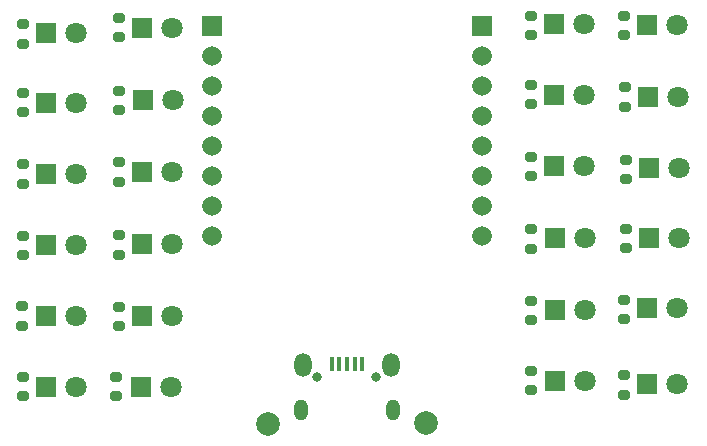
<source format=gbr>
%TF.GenerationSoftware,KiCad,Pcbnew,(7.0.0)*%
%TF.CreationDate,2023-09-27T18:47:42+02:00*%
%TF.ProjectId,ESP32Cam IR LED,45535033-3243-4616-9d20-4952204c4544,rev?*%
%TF.SameCoordinates,Original*%
%TF.FileFunction,Soldermask,Top*%
%TF.FilePolarity,Negative*%
%FSLAX46Y46*%
G04 Gerber Fmt 4.6, Leading zero omitted, Abs format (unit mm)*
G04 Created by KiCad (PCBNEW (7.0.0)) date 2023-09-27 18:47:42*
%MOMM*%
%LPD*%
G01*
G04 APERTURE LIST*
G04 Aperture macros list*
%AMRoundRect*
0 Rectangle with rounded corners*
0 $1 Rounding radius*
0 $2 $3 $4 $5 $6 $7 $8 $9 X,Y pos of 4 corners*
0 Add a 4 corners polygon primitive as box body*
4,1,4,$2,$3,$4,$5,$6,$7,$8,$9,$2,$3,0*
0 Add four circle primitives for the rounded corners*
1,1,$1+$1,$2,$3*
1,1,$1+$1,$4,$5*
1,1,$1+$1,$6,$7*
1,1,$1+$1,$8,$9*
0 Add four rect primitives between the rounded corners*
20,1,$1+$1,$2,$3,$4,$5,0*
20,1,$1+$1,$4,$5,$6,$7,0*
20,1,$1+$1,$6,$7,$8,$9,0*
20,1,$1+$1,$8,$9,$2,$3,0*%
G04 Aperture macros list end*
%ADD10RoundRect,0.200000X0.275000X-0.200000X0.275000X0.200000X-0.275000X0.200000X-0.275000X-0.200000X0*%
%ADD11R,1.800000X1.800000*%
%ADD12C,1.800000*%
%ADD13O,0.800000X0.800000*%
%ADD14R,0.450000X1.300000*%
%ADD15O,1.150000X1.800000*%
%ADD16O,1.450000X2.000000*%
%ADD17C,1.665000*%
%ADD18R,1.665000X1.665000*%
%ADD19C,2.000000*%
G04 APERTURE END LIST*
D10*
%TO.C,R14*%
X92176600Y-48386000D03*
X92176600Y-46736000D03*
%TD*%
%TO.C,R3*%
X49144000Y-55117000D03*
X49144000Y-53467000D03*
%TD*%
%TO.C,R19*%
X100050600Y-42544000D03*
X100050600Y-40894000D03*
%TD*%
%TO.C,R17*%
X92176600Y-66661800D03*
X92176600Y-65011800D03*
%TD*%
D11*
%TO.C,D4*%
X51150599Y-60299599D03*
D12*
X53690600Y-60299600D03*
%TD*%
D13*
%TO.C,J1*%
X74092199Y-71494199D03*
X79092199Y-71494199D03*
D14*
X75292199Y-70394199D03*
X75942199Y-70394199D03*
X76592199Y-70394199D03*
X77242199Y-70394199D03*
X77892199Y-70394199D03*
D15*
X72717199Y-74244199D03*
D16*
X72867199Y-70444199D03*
X80317199Y-70444199D03*
D15*
X80467199Y-74244199D03*
%TD*%
D11*
%TO.C,D9*%
X59258199Y-54101999D03*
D12*
X61798200Y-54102000D03*
%TD*%
D11*
%TO.C,D15*%
X94157799Y-53644799D03*
D12*
X96697800Y-53644800D03*
%TD*%
D10*
%TO.C,R11*%
X57277000Y-67183000D03*
X57277000Y-65533000D03*
%TD*%
D11*
%TO.C,D5*%
X51099799Y-66344799D03*
D12*
X53639800Y-66344800D03*
%TD*%
D11*
%TO.C,D8*%
X59308999Y-48056799D03*
D12*
X61849000Y-48056800D03*
%TD*%
D11*
%TO.C,D12*%
X59156599Y-72339199D03*
D12*
X61696600Y-72339200D03*
%TD*%
D11*
%TO.C,D2*%
X51145599Y-48285399D03*
D12*
X53685600Y-48285400D03*
%TD*%
D10*
%TO.C,R12*%
X57048400Y-73101200D03*
X57048400Y-71451200D03*
%TD*%
%TO.C,R23*%
X100025200Y-66597800D03*
X100025200Y-64947800D03*
%TD*%
D11*
%TO.C,D3*%
X51125199Y-54279799D03*
D12*
X53665200Y-54279800D03*
%TD*%
D10*
%TO.C,R6*%
X49144000Y-73100200D03*
X49144000Y-71450200D03*
%TD*%
D11*
%TO.C,D20*%
X102082599Y-47726599D03*
D12*
X104622600Y-47726600D03*
%TD*%
D17*
%TO.C,U1*%
X65176400Y-59563000D03*
X65176400Y-57023000D03*
X65176400Y-54483000D03*
X65176400Y-51943000D03*
X65176400Y-49403000D03*
X65176400Y-46863000D03*
X65176400Y-44323000D03*
D18*
X65176399Y-41782999D03*
X88036399Y-41782999D03*
D17*
X88036400Y-44323000D03*
X88036400Y-46863000D03*
X88036400Y-49403000D03*
X88036400Y-51943000D03*
X88036400Y-54483000D03*
X88036400Y-57023000D03*
X88036400Y-59563000D03*
%TD*%
D11*
%TO.C,D11*%
X59258199Y-66268599D03*
D12*
X61798200Y-66268600D03*
%TD*%
D11*
%TO.C,D22*%
X102184199Y-59715399D03*
D12*
X104724200Y-59715400D03*
%TD*%
D11*
%TO.C,D18*%
X94178199Y-71831199D03*
D12*
X96718200Y-71831200D03*
%TD*%
D11*
%TO.C,D21*%
X102204599Y-53797199D03*
D12*
X104744600Y-53797200D03*
%TD*%
D10*
%TO.C,R13*%
X92151200Y-42518600D03*
X92151200Y-40868600D03*
%TD*%
%TO.C,R21*%
X100203000Y-54736000D03*
X100203000Y-53086000D03*
%TD*%
D11*
%TO.C,D14*%
X94127399Y-47599599D03*
D12*
X96667400Y-47599600D03*
%TD*%
D10*
%TO.C,R2*%
X49194800Y-49047400D03*
X49194800Y-47397400D03*
%TD*%
%TO.C,R16*%
X92202000Y-60603400D03*
X92202000Y-58953400D03*
%TD*%
%TO.C,R15*%
X92151200Y-54456600D03*
X92151200Y-52806600D03*
%TD*%
D11*
%TO.C,D6*%
X51125199Y-72313799D03*
D12*
X53665200Y-72313800D03*
%TD*%
D11*
%TO.C,D24*%
X101980999Y-72059799D03*
D12*
X104521000Y-72059800D03*
%TD*%
D10*
%TO.C,R7*%
X57327800Y-42697400D03*
X57327800Y-41047400D03*
%TD*%
%TO.C,R10*%
X57327800Y-61136800D03*
X57327800Y-59486800D03*
%TD*%
D11*
%TO.C,D10*%
X59258199Y-60223399D03*
D12*
X61798200Y-60223400D03*
%TD*%
D11*
%TO.C,D7*%
X59278599Y-41935399D03*
D12*
X61818600Y-41935400D03*
%TD*%
D10*
%TO.C,R5*%
X49118600Y-67131200D03*
X49118600Y-65481200D03*
%TD*%
%TO.C,R8*%
X57302400Y-48894000D03*
X57302400Y-47244000D03*
%TD*%
D11*
%TO.C,D16*%
X94183199Y-59715399D03*
D12*
X96723200Y-59715400D03*
%TD*%
D11*
%TO.C,D19*%
X101955599Y-41706799D03*
D12*
X104495600Y-41706800D03*
%TD*%
D10*
%TO.C,R4*%
X49144000Y-61162200D03*
X49144000Y-59512200D03*
%TD*%
D11*
%TO.C,D17*%
X94178199Y-65811399D03*
D12*
X96718200Y-65811400D03*
%TD*%
D11*
%TO.C,D13*%
X94101999Y-41554399D03*
D12*
X96642000Y-41554400D03*
%TD*%
D19*
%TO.C,TP1*%
X69875400Y-75412600D03*
%TD*%
D11*
%TO.C,D23*%
X102006399Y-65658999D03*
D12*
X104546400Y-65659000D03*
%TD*%
D10*
%TO.C,R9*%
X57277000Y-54939200D03*
X57277000Y-53289200D03*
%TD*%
%TO.C,R1*%
X49194800Y-43243000D03*
X49194800Y-41593000D03*
%TD*%
%TO.C,R24*%
X100050600Y-72973200D03*
X100050600Y-71323200D03*
%TD*%
%TO.C,R18*%
X92202000Y-72580000D03*
X92202000Y-70930000D03*
%TD*%
%TO.C,R20*%
X100126800Y-48589200D03*
X100126800Y-46939200D03*
%TD*%
D19*
%TO.C,TP2*%
X83261200Y-75387200D03*
%TD*%
D10*
%TO.C,R22*%
X100228400Y-60578000D03*
X100228400Y-58928000D03*
%TD*%
D11*
%TO.C,D1*%
X51125199Y-42341799D03*
D12*
X53665200Y-42341800D03*
%TD*%
M02*

</source>
